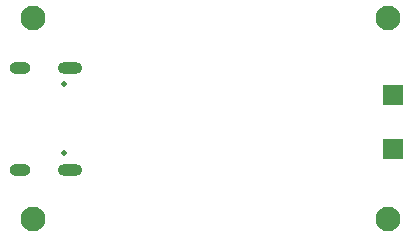
<source format=gbr>
%TF.GenerationSoftware,KiCad,Pcbnew,9.0.4*%
%TF.CreationDate,2025-10-07T01:27:38+05:30*%
%TF.ProjectId,Project5,50726f6a-6563-4743-952e-6b696361645f,rev?*%
%TF.SameCoordinates,Original*%
%TF.FileFunction,Soldermask,Bot*%
%TF.FilePolarity,Negative*%
%FSLAX46Y46*%
G04 Gerber Fmt 4.6, Leading zero omitted, Abs format (unit mm)*
G04 Created by KiCad (PCBNEW 9.0.4) date 2025-10-07 01:27:38*
%MOMM*%
%LPD*%
G01*
G04 APERTURE LIST*
%ADD10R,1.700000X1.700000*%
%ADD11C,2.100000*%
%ADD12O,1.800000X1.000000*%
%ADD13O,2.100000X1.000000*%
%ADD14C,0.500000*%
G04 APERTURE END LIST*
D10*
%TO.C,J2*%
X154000000Y-90590000D03*
%TD*%
%TO.C,J1*%
X154000000Y-86000000D03*
%TD*%
D11*
%TO.C,H3*%
X153500000Y-79500000D03*
%TD*%
%TO.C,H2*%
X153500000Y-96500000D03*
%TD*%
D12*
%TO.C,P1*%
X122425000Y-92320000D03*
D13*
X126605000Y-92320000D03*
D12*
X122425000Y-83680000D03*
D13*
X126605000Y-83680000D03*
D14*
X126105000Y-90890000D03*
X126105000Y-85110000D03*
%TD*%
D11*
%TO.C,H4*%
X123500000Y-96500000D03*
%TD*%
%TO.C,H1*%
X123500000Y-79500000D03*
%TD*%
M02*

</source>
